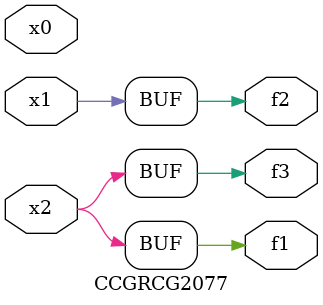
<source format=v>
module CCGRCG2077(
	input x0, x1, x2,
	output f1, f2, f3
);
	assign f1 = x2;
	assign f2 = x1;
	assign f3 = x2;
endmodule

</source>
